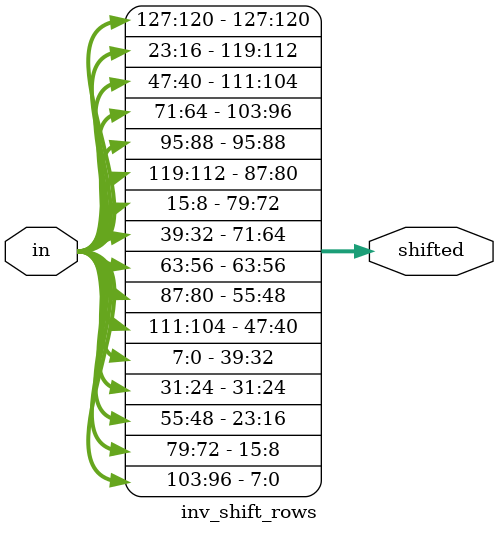
<source format=v>
`timescale 1ns / 1ps


module inv_shift_rows(
    input [127:0] in,
    output [127:0] shifted
);

    //in[127:120] in[95:88] in[63:56] in[31:24]   // Row 0
    //in[119:112] in[87:80] in[55:48] in[23:16]   // Row 1
    //in[111:104] in[79:72] in[47:40] in[15:8]    // Row 2
    //in[103:96]  in[71:64] in[39:32] in[7:0]     // Row 3
    // Row 0: No shift
    assign shifted[127:120] = in[127:120]; // s[0,0]
    assign shifted[95:88]   = in[95:88];   // s[0,1]
    assign shifted[63:56]   = in[63:56];   // s[0,2]
    assign shifted[31:24]   = in[31:24];   // s[0,3]
    
    // Row 1: Right shift by 1 byte
    assign shifted[119:112] = in[23:16];   // s[1,3] → s'[1,0]
    assign shifted[87:80]   = in[119:112]; // s[1,0] → s'[1,1]
    assign shifted[55:48]   = in[87:80];   // s[1,1] → s'[1,2]
    assign shifted[23:16]   = in[55:48];   // s[1,2] → s'[1,3]
    
    // Row 2: Right shift by 2 bytes
    assign shifted[111:104] = in[47:40];   // s[2,2] → s'[2,0]
    assign shifted[79:72]   = in[15:8];    // s[2,3] → s'[2,1]
    assign shifted[47:40]   = in[111:104]; // s[2,0] → s'[2,2]
    assign shifted[15:8]    = in[79:72];   // s[2,1] → s'[2,3]
    
    // Row 3: Right shift by 3 bytes
    assign shifted[103:96]  = in[71:64];   // s[3,1] → s'[3,0]
    assign shifted[71:64]   = in[39:32];   // s[3,2] → s'[3,1]
    assign shifted[39:32]   = in[7:0];     // s[3,3] → s'[3,2]
    assign shifted[7:0]     = in[103:96];  // s[3,0] → s'[3,3]
endmodule
</source>
